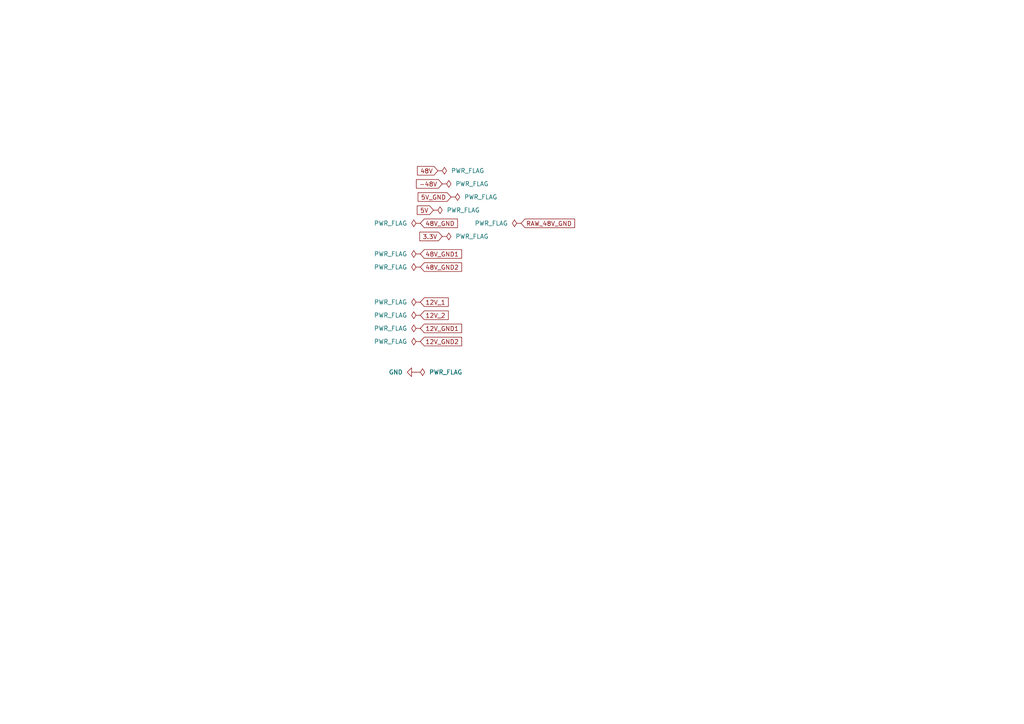
<source format=kicad_sch>
(kicad_sch (version 20231120) (generator "eeschema") (generator_version "8.0")
  (paper "A4")
  (lib_symbols
    (symbol "power:GND" (power) (pin_numbers hide) (pin_names (offset 0) hide)
      (property "Value" "GND" (at 0 -3.81 0))
      (symbol "GND_0_1"
        (polyline (pts (xy 0 0) (xy 0 -1.27) (xy 1.27 -1.27) (xy 0 -2.54) (xy -1.27 -1.27) (xy 0 -1.27)))
      )
      (symbol "GND_1_1"
        (pin power_in line (at 0 0 270) (length 0) (name "~") (number "1"))
      )
    )
    (symbol "power:PWR_FLAG" (power) (pin_numbers hide) (pin_names (offset 0) hide)
      (property "Value" "PWR_FLAG" (at 0 3.81 0))
      (symbol "PWR_FLAG_0_0"
        (pin power_out line (at 0 0 90) (length 0) (name "~") (number "1"))
      )
      (symbol "PWR_FLAG_0_1"
        (polyline (pts (xy 0 0) (xy 0 1.27) (xy -1.016 1.905) (xy 0 2.54) (xy 1.016 1.905) (xy 0 1.27)))
      )
    )
  )
  (global_label "5V" (shape input) (at 125.73 60.96 180) (property "Intersheetrefs" "${INTERSHEET_REFS}" (effects (hide yes))))
  (global_label "12V_1" (shape input) (at 121.92 87.63 0) (property "Intersheetrefs" "${INTERSHEET_REFS}" (effects (hide yes))))
  (global_label "5V_GND" (shape input) (at 130.81 57.15 180) (property "Intersheetrefs" "${INTERSHEET_REFS}" (effects (hide yes))))
  (global_label "3.3V" (shape input) (at 128.27 68.58 180) (property "Intersheetrefs" "${INTERSHEET_REFS}" (effects (hide yes))))
  (global_label "48V" (shape input) (at 127 49.53 180) (property "Intersheetrefs" "${INTERSHEET_REFS}" (effects (hide yes))))
  (global_label "48V_GND2" (shape input) (at 121.92 77.47 0) (property "Intersheetrefs" "${INTERSHEET_REFS}" (effects (hide yes))))
  (global_label "48V_GND" (shape input) (at 121.92 64.77 0) (property "Intersheetrefs" "${INTERSHEET_REFS}" (effects (hide yes))))
  (global_label "12V_GND1" (shape input) (at 121.92 95.25 0) (property "Intersheetrefs" "${INTERSHEET_REFS}" (effects (hide yes))))
  (global_label "12V_GND2" (shape input) (at 121.92 99.06 0) (property "Intersheetrefs" "${INTERSHEET_REFS}" (effects (hide yes))))
  (global_label "48V_GND1" (shape input) (at 121.92 73.66 0) (property "Intersheetrefs" "${INTERSHEET_REFS}" (effects (hide yes))))
  (global_label "-48V" (shape input) (at 128.27 53.34 180) (property "Intersheetrefs" "${INTERSHEET_REFS}" (effects (hide yes))))
  (global_label "12V_2" (shape input) (at 121.92 91.44 0) (property "Intersheetrefs" "${INTERSHEET_REFS}" (effects (hide yes))))
  (global_label "RAW_48V_GND" (shape input) (at 151.13 64.77 0) (property "Intersheetrefs" "${INTERSHEET_REFS}" (effects (hide yes))))
  (symbol (lib_id "power:PWR_FLAG") (at 125.73 60.96 270) (unit 1)
    (property "Reference" "#FLG09" (effects (hide yes)))
    (property "Value" "PWR_FLAG" (at 129.54 60.9599 90) (effects (justify left)))
    (property "Description" "Special symbol for telling ERC where power comes from" (effects (hide yes)))
  )
  (symbol (lib_id "power:PWR_FLAG") (at 121.92 77.47 90) (unit 1)
    (property "Reference" "#FLG04" (effects (hide yes)))
    (property "Value" "PWR_FLAG" (at 118.11 77.4699 90) (effects (justify left)))
    (property "Description" "Special symbol for telling ERC where power comes from" (effects (hide yes)))
  )
  (symbol (lib_id "power:PWR_FLAG") (at 130.81 57.15 270) (unit 1)
    (property "Reference" "#FLG013" (effects (hide yes)))
    (property "Value" "PWR_FLAG" (at 134.62 57.1499 90) (effects (justify left)))
    (property "Description" "Special symbol for telling ERC where power comes from" (effects (hide yes)))
  )
  (symbol (lib_id "power:PWR_FLAG") (at 121.92 64.77 90) (unit 1)
    (property "Reference" "#FLG02" (effects (hide yes)))
    (property "Value" "PWR_FLAG" (at 118.11 64.7699 90) (effects (justify left)))
    (property "Description" "Special symbol for telling ERC where power comes from" (effects (hide yes)))
  )
  (symbol (lib_id "power:PWR_FLAG") (at 120.65 107.95 270) (unit 1)
    (property "Reference" "#FLG01" (effects (hide yes)))
    (property "Value" "PWR_FLAG" (at 124.46 107.9499 90) (effects (justify left)))
    (property "Description" "Special symbol for telling ERC where power comes from" (effects (hide yes)))
  )
  (symbol (lib_id "power:PWR_FLAG") (at 128.27 68.58 270) (unit 1)
    (property "Reference" "#FLG012" (effects (hide yes)))
    (property "Value" "PWR_FLAG" (at 132.08 68.5799 90) (effects (justify left)))
    (property "Description" "Special symbol for telling ERC where power comes from" (effects (hide yes)))
  )
  (symbol (lib_id "power:GND") (at 120.65 107.95 270) (unit 1)
    (property "Reference" "#PWR013" (effects (hide yes)))
    (property "Value" "GND" (at 116.84 107.9499 90) (effects (justify right)))
    (property "Description" "Power symbol creates a global label with name \"GND\" , ground" (effects (hide yes)))
  )
  (symbol (lib_id "power:PWR_FLAG") (at 121.92 73.66 90) (unit 1)
    (property "Reference" "#FLG03" (effects (hide yes)))
    (property "Value" "PWR_FLAG" (at 118.11 73.6599 90) (effects (justify left)))
    (property "Description" "Special symbol for telling ERC where power comes from" (effects (hide yes)))
  )
  (symbol (lib_id "power:PWR_FLAG") (at 121.92 99.06 90) (unit 1)
    (property "Reference" "#FLG08" (effects (hide yes)))
    (property "Value" "PWR_FLAG" (at 118.11 99.0601 90) (effects (justify left)))
    (property "Description" "Special symbol for telling ERC where power comes from" (effects (hide yes)))
  )
  (symbol (lib_id "power:PWR_FLAG") (at 151.13 64.77 90) (unit 1)
    (property "Reference" "#FLG014" (effects (hide yes)))
    (property "Value" "PWR_FLAG" (at 147.32 64.7699 90) (effects (justify left)))
    (property "Description" "Special symbol for telling ERC where power comes from" (effects (hide yes)))
  )
  (symbol (lib_id "power:PWR_FLAG") (at 128.27 53.34 270) (unit 1)
    (property "Reference" "#FLG011" (effects (hide yes)))
    (property "Value" "PWR_FLAG" (at 132.08 53.3399 90) (effects (justify left)))
    (property "Description" "Special symbol for telling ERC where power comes from" (effects (hide yes)))
  )
  (symbol (lib_id "power:PWR_FLAG") (at 121.92 87.63 90) (unit 1)
    (property "Reference" "#FLG05" (effects (hide yes)))
    (property "Value" "PWR_FLAG" (at 118.11 87.6301 90) (effects (justify left)))
    (property "Description" "Special symbol for telling ERC where power comes from" (effects (hide yes)))
  )
  (symbol (lib_id "power:PWR_FLAG") (at 121.92 91.44 90) (unit 1)
    (property "Reference" "#FLG06" (effects (hide yes)))
    (property "Value" "PWR_FLAG" (at 118.11 91.4401 90) (effects (justify left)))
    (property "Description" "Special symbol for telling ERC where power comes from" (effects (hide yes)))
  )
  (symbol (lib_id "power:PWR_FLAG") (at 121.92 95.25 90) (unit 1)
    (property "Reference" "#FLG07" (effects (hide yes)))
    (property "Value" "PWR_FLAG" (at 118.11 95.2501 90) (effects (justify left)))
    (property "Description" "Special symbol for telling ERC where power comes from" (effects (hide yes)))
  )
  (symbol (lib_id "power:PWR_FLAG") (at 127 49.53 270) (unit 1)
    (property "Reference" "#FLG010" (effects (hide yes)))
    (property "Value" "PWR_FLAG" (at 130.81 49.5299 90) (effects (justify left)))
    (property "Description" "Special symbol for telling ERC where power comes from" (effects (hide yes)))
  )
)
</source>
